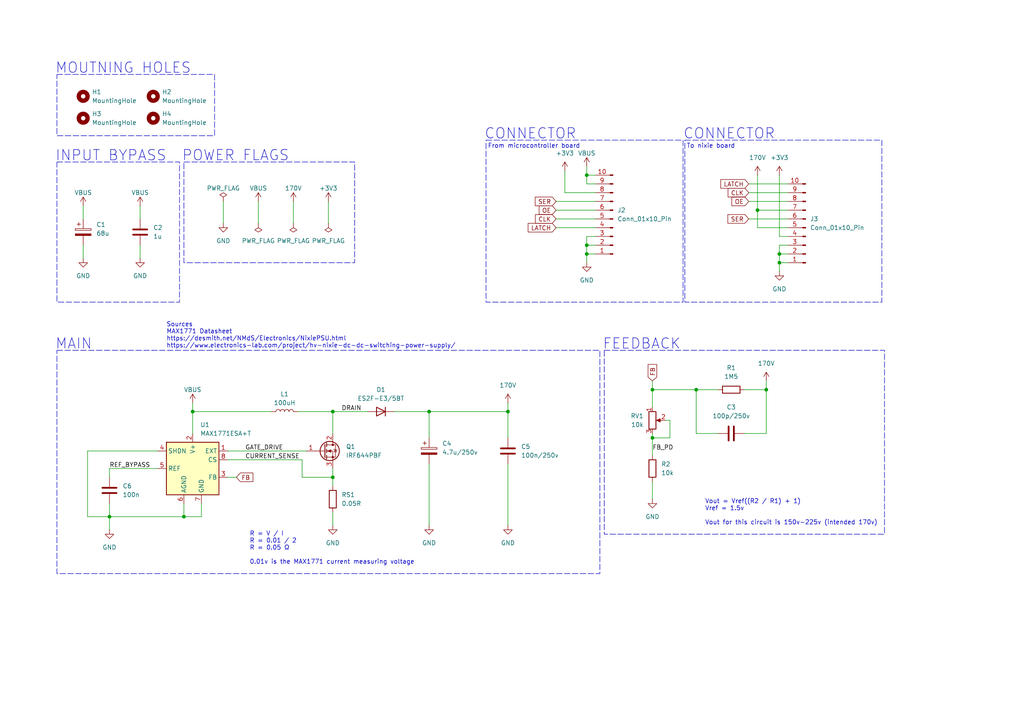
<source format=kicad_sch>
(kicad_sch (version 20231120) (generator "eeschema") (generator_version "8.0")
  (paper "A4")
  (title_block (title "Power Supply Schematic") (date "2024-05-29") (rev "0.1.0"))
  (lib_symbols
    (symbol "Connector:Conn_01x10_Pin" (pin_names (offset 1.016) hide)
      (property "Reference" "J" (at 0 12.7 0))
      (property "Value" "Conn_01x10_Pin" (at 0 -15.24 0))
      (symbol "Conn_01x10_Pin_1_1"
        (polyline (pts (xy 1.27 -12.7) (xy 0.8636 -12.7)) (stroke (width 0.1524)))
        (polyline (pts (xy 1.27 -10.16) (xy 0.8636 -10.16)) (stroke (width 0.1524)))
        (polyline (pts (xy 1.27 -7.62) (xy 0.8636 -7.62)) (stroke (width 0.1524)))
        (polyline (pts (xy 1.27 -5.08) (xy 0.8636 -5.08)) (stroke (width 0.1524)))
        (polyline (pts (xy 1.27 -2.54) (xy 0.8636 -2.54)) (stroke (width 0.1524)))
        (polyline (pts (xy 1.27 0) (xy 0.8636 0)) (stroke (width 0.1524)))
        (polyline (pts (xy 1.27 2.54) (xy 0.8636 2.54)) (stroke (width 0.1524)))
        (polyline (pts (xy 1.27 5.08) (xy 0.8636 5.08)) (stroke (width 0.1524)))
        (polyline (pts (xy 1.27 7.62) (xy 0.8636 7.62)) (stroke (width 0.1524)))
        (polyline (pts (xy 1.27 10.16) (xy 0.8636 10.16)) (stroke (width 0.1524)))
        (rectangle (start 0.8636 -12.573) (end 0 -12.827) (stroke (width 0.1524)) (fill (type outline)))
        (rectangle (start 0.8636 -10.033) (end 0 -10.287) (stroke (width 0.1524)) (fill (type outline)))
        (rectangle (start 0.8636 -7.493) (end 0 -7.747) (stroke (width 0.1524)) (fill (type outline)))
        (rectangle (start 0.8636 -4.953) (end 0 -5.207) (stroke (width 0.1524)) (fill (type outline)))
        (rectangle (start 0.8636 -2.413) (end 0 -2.667) (stroke (width 0.1524)) (fill (type outline)))
        (rectangle (start 0.8636 0.127) (end 0 -0.127) (stroke (width 0.1524)) (fill (type outline)))
        (rectangle (start 0.8636 2.667) (end 0 2.413) (stroke (width 0.1524)) (fill (type outline)))
        (rectangle (start 0.8636 5.207) (end 0 4.953) (stroke (width 0.1524)) (fill (type outline)))
        (rectangle (start 0.8636 7.747) (end 0 7.493) (stroke (width 0.1524)) (fill (type outline)))
        (rectangle (start 0.8636 10.287) (end 0 10.033) (stroke (width 0.1524)) (fill (type outline)))
        (pin passive line (at 5.08 10.16 180) (length 3.81) (name "Pin_1") (number "1"))
        (pin passive line (at 5.08 -12.7 180) (length 3.81) (name "Pin_10") (number "10"))
        (pin passive line (at 5.08 7.62 180) (length 3.81) (name "Pin_2") (number "2"))
        (pin passive line (at 5.08 5.08 180) (length 3.81) (name "Pin_3") (number "3"))
        (pin passive line (at 5.08 2.54 180) (length 3.81) (name "Pin_4") (number "4"))
        (pin passive line (at 5.08 0 180) (length 3.81) (name "Pin_5") (number "5"))
        (pin passive line (at 5.08 -2.54 180) (length 3.81) (name "Pin_6") (number "6"))
        (pin passive line (at 5.08 -5.08 180) (length 3.81) (name "Pin_7") (number "7"))
        (pin passive line (at 5.08 -7.62 180) (length 3.81) (name "Pin_8") (number "8"))
        (pin passive line (at 5.08 -10.16 180) (length 3.81) (name "Pin_9") (number "9"))
      )
    )
    (symbol "Custom:170V" (power) (pin_numbers hide) (pin_names (offset 0) hide)
      (property "Value" "170V" (at 0 3.556 0))
      (symbol "170V_0_1"
        (polyline (pts (xy -0.762 1.27) (xy 0 2.54)))
        (polyline (pts (xy 0 0) (xy 0 2.54)))
        (polyline (pts (xy 0 2.54) (xy 0.762 1.27)))
      )
      (symbol "170V_1_1"
        (pin power_in line (at 0 0 90) (length 0) (name "~") (number "1"))
      )
    )
    (symbol "Device:C" (pin_numbers hide) (pin_names (offset 0.254))
      (property "Reference" "C" (at 0.635 2.54 0))
      (property "Value" "C" (at 0.635 -2.54 0))
      (symbol "C_0_1"
        (polyline (pts (xy -2.032 -0.762) (xy 2.032 -0.762)) (stroke (width 0.508)))
        (polyline (pts (xy -2.032 0.762) (xy 2.032 0.762)) (stroke (width 0.508)))
      )
      (symbol "C_1_1"
        (pin passive line (at 0 3.81 270) (length 2.794) (name "~") (number "1"))
        (pin passive line (at 0 -3.81 90) (length 2.794) (name "~") (number "2"))
      )
    )
    (symbol "Device:C_Polarized" (pin_numbers hide) (pin_names (offset 0.254))
      (property "Reference" "C" (at 0.635 2.54 0))
      (property "Value" "C_Polarized" (at 0.635 -2.54 0))
      (symbol "C_Polarized_0_1"
        (rectangle (start -2.286 0.508) (end 2.286 1.016))
        (polyline (pts (xy -1.778 2.286) (xy -0.762 2.286)))
        (polyline (pts (xy -1.27 2.794) (xy -1.27 1.778)))
        (rectangle (start 2.286 -0.508) (end -2.286 -1.016) (fill (type outline)))
      )
      (symbol "C_Polarized_1_1"
        (pin passive line (at 0 3.81 270) (length 2.794) (name "~") (number "1"))
        (pin passive line (at 0 -3.81 90) (length 2.794) (name "~") (number "2"))
      )
    )
    (symbol "Device:D" (pin_numbers hide) (pin_names (offset 1.016) hide)
      (property "Reference" "D" (at 0 2.54 0))
      (property "Value" "D" (at 0 -2.54 0))
      (symbol "D_0_1"
        (polyline (pts (xy -1.27 1.27) (xy -1.27 -1.27)) (stroke (width 0.254)))
        (polyline (pts (xy 1.27 0) (xy -1.27 0)))
        (polyline (pts (xy 1.27 1.27) (xy 1.27 -1.27) (xy -1.27 0) (xy 1.27 1.27)) (stroke (width 0.254)))
      )
      (symbol "D_1_1"
        (pin passive line (at -3.81 0 0) (length 2.54) (name "K") (number "1"))
        (pin passive line (at 3.81 0 180) (length 2.54) (name "A") (number "2"))
      )
    )
    (symbol "Device:L" (pin_numbers hide) (pin_names (offset 1.016) hide)
      (property "Reference" "L" (at -1.27 0 90))
      (property "Value" "L" (at 1.905 0 90))
      (symbol "L_0_1"
        (arc (start 0 -2.54) (mid 0.6323 -1.905) (end 0 -1.27))
        (arc (start 0 -1.27) (mid 0.6323 -0.635) (end 0 0))
        (arc (start 0 0) (mid 0.6323 0.635) (end 0 1.27))
        (arc (start 0 1.27) (mid 0.6323 1.905) (end 0 2.54))
      )
      (symbol "L_1_1"
        (pin passive line (at 0 3.81 270) (length 1.27) (name "1") (number "1"))
        (pin passive line (at 0 -3.81 90) (length 1.27) (name "2") (number "2"))
      )
    )
    (symbol "Device:R" (pin_numbers hide) (pin_names (offset 0))
      (property "Reference" "R" (at 2.032 0 90))
      (property "Value" "R" (at 0 0 90))
      (symbol "R_0_1"
        (rectangle (start -1.016 -2.54) (end 1.016 2.54) (stroke (width 0.254)))
      )
      (symbol "R_1_1"
        (pin passive line (at 0 3.81 270) (length 1.27) (name "~") (number "1"))
        (pin passive line (at 0 -3.81 90) (length 1.27) (name "~") (number "2"))
      )
    )
    (symbol "Device:R_Potentiometer" (pin_names (offset 1.016) hide)
      (property "Reference" "RV" (at -4.445 0 90))
      (property "Value" "R_Potentiometer" (at -2.54 0 90))
      (symbol "R_Potentiometer_0_1"
        (polyline (pts (xy 2.54 0) (xy 1.524 0)))
        (polyline (pts (xy 1.143 0) (xy 2.286 0.508) (xy 2.286 -0.508) (xy 1.143 0)) (fill (type outline)))
        (rectangle (start 1.016 2.54) (end -1.016 -2.54) (stroke (width 0.254)))
      )
      (symbol "R_Potentiometer_1_1"
        (pin passive line (at 0 3.81 270) (length 1.27) (name "1") (number "1"))
        (pin passive line (at 3.81 0 180) (length 1.27) (name "2") (number "2"))
        (pin passive line (at 0 -3.81 90) (length 1.27) (name "3") (number "3"))
      )
    )
    (symbol "Mechanical:MountingHole" (pin_names (offset 1.016)) (exclude_from_sim yes) (in_bom no)
      (property "Reference" "H" (at 0 5.08 0))
      (property "Value" "MountingHole" (at 0 3.175 0))
      (symbol "MountingHole_0_1"
        (circle (center 0 0) (radius 1.27) (stroke (width 1.27)))
      )
    )
    (symbol "Regulator_Switching:MAX1771xSA"
      (property "Reference" "U" (at -3.81 10.16 0))
      (property "Value" "MAX1771xSA" (at 6.35 10.16 0))
      (symbol "MAX1771xSA_0_1"
        (rectangle (start -7.62 7.62) (end 7.62 -7.62) (stroke (width 0.254)) (fill (type background)))
      )
      (symbol "MAX1771xSA_1_1"
        (pin output line (at 10.16 5.08 180) (length 2.54) (name "EXT") (number "1"))
        (pin power_in line (at 0 10.16 270) (length 2.54) (name "V+") (number "2"))
        (pin input line (at 10.16 -2.54 180) (length 2.54) (name "FB") (number "3"))
        (pin input line (at -10.16 5.08 0) (length 2.54) (name "SHDN") (number "4"))
        (pin passive line (at -10.16 0 0) (length 2.54) (name "REF") (number "5"))
        (pin power_in line (at -2.54 -10.16 90) (length 2.54) (name "AGND") (number "6"))
        (pin power_in line (at 2.54 -10.16 90) (length 2.54) (name "GND") (number "7"))
        (pin input line (at 10.16 2.54 180) (length 2.54) (name "CS") (number "8"))
      )
    )
    (symbol "Transistor_FET:IRF3205" (pin_names hide)
      (property "Reference" "Q" (at 5.08 1.905 0))
      (property "Value" "IRF3205" (at 5.08 0 0))
      (symbol "IRF3205_0_1"
        (polyline (pts (xy 0.254 0) (xy -2.54 0)))
        (polyline (pts (xy 0.254 1.905) (xy 0.254 -1.905)) (stroke (width 0.254)))
        (polyline (pts (xy 0.762 -1.27) (xy 0.762 -2.286)) (stroke (width 0.254)))
        (polyline (pts (xy 0.762 0.508) (xy 0.762 -0.508)) (stroke (width 0.254)))
        (polyline (pts (xy 0.762 2.286) (xy 0.762 1.27)) (stroke (width 0.254)))
        (polyline (pts (xy 2.54 2.54) (xy 2.54 1.778)))
        (polyline (pts (xy 2.54 -2.54) (xy 2.54 0) (xy 0.762 0)))
        (polyline (pts (xy 0.762 -1.778) (xy 3.302 -1.778) (xy 3.302 1.778) (xy 0.762 1.778)))
        (polyline (pts (xy 1.016 0) (xy 2.032 0.381) (xy 2.032 -0.381) (xy 1.016 0)) (fill (type outline)))
        (polyline (pts (xy 2.794 0.508) (xy 2.921 0.381) (xy 3.683 0.381) (xy 3.81 0.254)))
        (polyline (pts (xy 3.302 0.381) (xy 2.921 -0.254) (xy 3.683 -0.254) (xy 3.302 0.381)))
        (circle (center 1.651 0) (radius 2.794) (stroke (width 0.254)))
        (circle (center 2.54 -1.778) (radius 0.254) (fill (type outline)))
        (circle (center 2.54 1.778) (radius 0.254) (fill (type outline)))
      )
      (symbol "IRF3205_1_1"
        (pin input line (at -5.08 0 0) (length 2.54) (name "G") (number "1"))
        (pin passive line (at 2.54 5.08 270) (length 2.54) (name "D") (number "2"))
        (pin passive line (at 2.54 -5.08 90) (length 2.54) (name "S") (number "3"))
      )
    )
    (symbol "VBUS_1" (power) (pin_numbers hide) (pin_names (offset 0) hide)
      (property "Value" "VBUS" (at 0 3.556 0))
      (symbol "VBUS_1_0_1"
        (polyline (pts (xy -0.762 1.27) (xy 0 2.54)))
        (polyline (pts (xy 0 0) (xy 0 2.54)))
        (polyline (pts (xy 0 2.54) (xy 0.762 1.27)))
      )
      (symbol "VBUS_1_1_1"
        (pin power_in line (at 0 0 90) (length 0) (name "~") (number "1"))
      )
    )
    (symbol "VBUS_2" (power) (pin_numbers hide) (pin_names (offset 0) hide)
      (property "Value" "VBUS" (at 0 3.556 0))
      (symbol "VBUS_2_0_1"
        (polyline (pts (xy -0.762 1.27) (xy 0 2.54)))
        (polyline (pts (xy 0 0) (xy 0 2.54)))
        (polyline (pts (xy 0 2.54) (xy 0.762 1.27)))
      )
      (symbol "VBUS_2_1_1"
        (pin power_in line (at 0 0 90) (length 0) (name "~") (number "1"))
      )
    )
    (symbol "power:+3V3" (power) (pin_numbers hide) (pin_names (offset 0) hide)
      (property "Value" "+3V3" (at 0 3.556 0))
      (symbol "+3V3_0_1"
        (polyline (pts (xy -0.762 1.27) (xy 0 2.54)))
        (polyline (pts (xy 0 0) (xy 0 2.54)))
        (polyline (pts (xy 0 2.54) (xy 0.762 1.27)))
      )
      (symbol "+3V3_1_1"
        (pin power_in line (at 0 0 90) (length 0) (name "~") (number "1"))
      )
    )
    (symbol "power:GND" (power) (pin_numbers hide) (pin_names (offset 0) hide)
      (property "Value" "GND" (at 0 -3.81 0))
      (symbol "GND_0_1"
        (polyline (pts (xy 0 0) (xy 0 -1.27) (xy 1.27 -1.27) (xy 0 -2.54) (xy -1.27 -1.27) (xy 0 -1.27)))
      )
      (symbol "GND_1_1"
        (pin power_in line (at 0 0 270) (length 0) (name "~") (number "1"))
      )
    )
    (symbol "power:PWR_FLAG" (power) (pin_numbers hide) (pin_names (offset 0) hide)
      (property "Value" "PWR_FLAG" (at 0 3.81 0))
      (symbol "PWR_FLAG_0_0"
        (pin power_out line (at 0 0 90) (length 0) (name "~") (number "1"))
      )
      (symbol "PWR_FLAG_0_1"
        (polyline (pts (xy 0 0) (xy 0 1.27) (xy -1.016 1.905) (xy 0 2.54) (xy 1.016 1.905) (xy 0 1.27)))
      )
    )
    (symbol "power:VBUS" (power) (pin_numbers hide) (pin_names (offset 0) hide)
      (property "Value" "VBUS" (at 0 3.556 0))
      (symbol "VBUS_0_1"
        (polyline (pts (xy -0.762 1.27) (xy 0 2.54)))
        (polyline (pts (xy 0 0) (xy 0 2.54)))
        (polyline (pts (xy 0 2.54) (xy 0.762 1.27)))
      )
      (symbol "VBUS_1_1"
        (pin power_in line (at 0 0 90) (length 0) (name "~") (number "1"))
      )
    )
  )
  (junction (at 219.71 60.96))
  (junction (at 53.34 149.86))
  (junction (at 226.06 73.66))
  (junction (at 170.18 71.12))
  (junction (at 31.75 149.86))
  (junction (at 170.18 73.66))
  (junction (at 170.18 50.8))
  (junction (at 96.52 138.43))
  (junction (at 124.46 119.38))
  (junction (at 96.52 119.38))
  (junction (at 222.25 113.03))
  (junction (at 226.06 76.2))
  (junction (at 189.23 113.03))
  (junction (at 189.23 127))
  (junction (at 201.93 113.03))
  (junction (at 147.32 119.38))
  (junction (at 55.88 119.38))
  (wire (pts (xy 161.29 63.5) (xy 172.72 63.5)))
  (wire (pts (xy 74.93 58.42) (xy 74.93 64.77)))
  (wire (pts (xy 147.32 127) (xy 147.32 119.38)))
  (wire (pts (xy 25.4 130.81) (xy 25.4 149.86)))
  (wire (pts (xy 31.75 135.89) (xy 45.72 135.89)))
  (wire (pts (xy 172.72 55.88) (xy 163.83 55.88)))
  (wire (pts (xy 58.42 149.86) (xy 53.34 149.86)))
  (wire (pts (xy 222.25 110.49) (xy 222.25 113.03)))
  (wire (pts (xy 170.18 50.8) (xy 172.72 50.8)))
  (wire (pts (xy 24.13 59.69) (xy 24.13 63.5)))
  (wire (pts (xy 53.34 146.05) (xy 53.34 149.86)))
  (wire (pts (xy 31.75 149.86) (xy 53.34 149.86)))
  (wire (pts (xy 87.63 133.35) (xy 87.63 138.43)))
  (wire (pts (xy 217.17 53.34) (xy 228.6 53.34)))
  (wire (pts (xy 226.06 71.12) (xy 226.06 73.66)))
  (wire (pts (xy 147.32 134.62) (xy 147.32 152.4)))
  (wire (pts (xy 222.25 125.73) (xy 222.25 113.03)))
  (wire (pts (xy 193.04 121.92) (xy 194.31 121.92)))
  (wire (pts (xy 40.64 59.69) (xy 40.64 63.5)))
  (wire (pts (xy 58.42 146.05) (xy 58.42 149.86)))
  (wire (pts (xy 96.52 138.43) (xy 87.63 138.43)))
  (wire (pts (xy 40.64 71.12) (xy 40.64 74.93)))
  (wire (pts (xy 31.75 138.43) (xy 31.75 135.89)))
  (wire (pts (xy 215.9 125.73) (xy 222.25 125.73)))
  (wire (pts (xy 226.06 76.2) (xy 226.06 78.74)))
  (wire (pts (xy 96.52 148.59) (xy 96.52 152.4)))
  (wire (pts (xy 226.06 50.8) (xy 226.06 68.58)))
  (wire (pts (xy 172.72 53.34) (xy 170.18 53.34)))
  (wire (pts (xy 170.18 50.8) (xy 170.18 48.26)))
  (wire (pts (xy 161.29 60.96) (xy 172.72 60.96)))
  (wire (pts (xy 189.23 113.03) (xy 201.93 113.03)))
  (wire (pts (xy 55.88 119.38) (xy 55.88 125.73)))
  (wire (pts (xy 64.77 58.42) (xy 64.77 64.77)))
  (wire (pts (xy 170.18 73.66) (xy 170.18 76.2)))
  (wire (pts (xy 147.32 116.84) (xy 147.32 119.38)))
  (wire (pts (xy 201.93 113.03) (xy 201.93 125.73)))
  (wire (pts (xy 96.52 119.38) (xy 96.52 125.73)))
  (wire (pts (xy 161.29 66.04) (xy 172.72 66.04)))
  (wire (pts (xy 217.17 58.42) (xy 228.6 58.42)))
  (wire (pts (xy 189.23 113.03) (xy 189.23 118.11)))
  (wire (pts (xy 219.71 60.96) (xy 219.71 66.04)))
  (wire (pts (xy 170.18 71.12) (xy 170.18 73.66)))
  (wire (pts (xy 217.17 55.88) (xy 228.6 55.88)))
  (wire (pts (xy 194.31 127) (xy 189.23 127)))
  (wire (pts (xy 161.29 58.42) (xy 172.72 58.42)))
  (wire (pts (xy 124.46 119.38) (xy 124.46 127)))
  (wire (pts (xy 66.04 130.81) (xy 88.9 130.81)))
  (wire (pts (xy 55.88 116.84) (xy 55.88 119.38)))
  (wire (pts (xy 147.32 119.38) (xy 124.46 119.38)))
  (wire (pts (xy 226.06 73.66) (xy 228.6 73.66)))
  (wire (pts (xy 66.04 133.35) (xy 87.63 133.35)))
  (wire (pts (xy 219.71 66.04) (xy 228.6 66.04)))
  (wire (pts (xy 201.93 125.73) (xy 208.28 125.73)))
  (wire (pts (xy 96.52 119.38) (xy 106.68 119.38)))
  (wire (pts (xy 95.25 58.42) (xy 95.25 64.77)))
  (wire (pts (xy 66.04 138.43) (xy 68.58 138.43)))
  (wire (pts (xy 226.06 73.66) (xy 226.06 76.2)))
  (wire (pts (xy 55.88 119.38) (xy 78.74 119.38)))
  (wire (pts (xy 219.71 60.96) (xy 228.6 60.96)))
  (wire (pts (xy 189.23 127) (xy 189.23 125.73)))
  (wire (pts (xy 114.3 119.38) (xy 124.46 119.38)))
  (wire (pts (xy 189.23 110.49) (xy 189.23 113.03)))
  (wire (pts (xy 208.28 113.03) (xy 201.93 113.03)))
  (wire (pts (xy 31.75 149.86) (xy 31.75 146.05)))
  (wire (pts (xy 189.23 139.7) (xy 189.23 144.78)))
  (wire (pts (xy 170.18 68.58) (xy 172.72 68.58)))
  (wire (pts (xy 25.4 149.86) (xy 31.75 149.86)))
  (wire (pts (xy 228.6 71.12) (xy 226.06 71.12)))
  (wire (pts (xy 86.36 119.38) (xy 96.52 119.38)))
  (wire (pts (xy 124.46 134.62) (xy 124.46 152.4)))
  (wire (pts (xy 96.52 135.89) (xy 96.52 138.43)))
  (wire (pts (xy 217.17 63.5) (xy 228.6 63.5)))
  (wire (pts (xy 170.18 73.66) (xy 172.72 73.66)))
  (wire (pts (xy 31.75 149.86) (xy 31.75 153.67)))
  (wire (pts (xy 170.18 53.34) (xy 170.18 50.8)))
  (wire (pts (xy 85.09 58.42) (xy 85.09 64.77)))
  (wire (pts (xy 172.72 71.12) (xy 170.18 71.12)))
  (wire (pts (xy 170.18 71.12) (xy 170.18 68.58)))
  (wire (pts (xy 189.23 127) (xy 189.23 132.08)))
  (wire (pts (xy 24.13 71.12) (xy 24.13 74.93)))
  (wire (pts (xy 228.6 68.58) (xy 226.06 68.58)))
  (wire (pts (xy 163.83 55.88) (xy 163.83 49.53)))
  (wire (pts (xy 96.52 138.43) (xy 96.52 140.97)))
  (wire (pts (xy 194.31 121.92) (xy 194.31 127)))
  (wire (pts (xy 222.25 113.03) (xy 215.9 113.03)))
  (wire (pts (xy 219.71 50.8) (xy 219.71 60.96)))
  (wire (pts (xy 226.06 76.2) (xy 228.6 76.2)))
  (wire (pts (xy 45.72 130.81) (xy 25.4 130.81)))
  (rectangle (start 175.26 101.6) (end 256.54 154.94) (stroke (width 0) (type dash)))
  (rectangle (start 16.51 21.59) (end 62.23 39.37) (stroke (width 0) (type dash)))
  (rectangle (start 16.51 46.99) (end 52.07 87.63) (stroke (width 0) (type dash)))
  (rectangle (start 53.34 46.99) (end 102.87 76.2) (stroke (width 0) (type dash)))
  (rectangle (start 140.97 40.64) (end 198.12 87.63) (stroke (width 0) (type dash)))
  (rectangle (start 16.51 101.6) (end 173.99 166.37) (stroke (width 0) (type dash)))
  (rectangle (start 198.628 40.64) (end 255.778 87.63) (stroke (width 0) (type dash)))
  (text "MOUTNING HOLES" (at 16.002 21.59 0) (effects (font (size 3 3)) (justify left bottom)))
  (text "From microcontroller board" (at 141.478 43.18 0) (effects (font (size 1.27 1.27)) (justify left bottom)))
  (text "R = V / I\nR = 0.01 / 2\nR = 0.05 Ω\n\n0.01v is the MAX1771 current measuring voltage" (at 72.39 163.83 0) (effects (font (size 1.27 1.27)) (justify left bottom)))
  (text "CONNECTOR" (at 140.462 40.64 0) (effects (font (size 3 3)) (justify left bottom)))
  (text "Vout = Vref((R2 / R1) + 1)\nVref = 1.5v\n\nVout for this circuit is 150v-225v (intended 170v)" (at 204.47 152.4 0) (effects (font (size 1.27 1.27)) (justify left bottom)))
  (text "INPUT BYPASS" (at 16.002 46.99 0) (effects (font (size 3 3)) (justify left bottom)))
  (text "Sources\nMAX1771 Datasheet\nhttps://desmith.net/NMdS/Electronics/NixiePSU.html\nhttps://www.electronics-lab.com/project/hv-nixie-dc-dc-switching-power-supply/" (at 48.26 101.092 0) (effects (font (size 1.27 1.27)) (justify left bottom)))
  (text "FEEDBACK" (at 174.752 101.6 0) (effects (font (size 3 3)) (justify left bottom)))
  (text "CONNECTOR" (at 198.12 40.64 0) (effects (font (size 3 3)) (justify left bottom)))
  (text "To nixie board" (at 199.136 43.18 0) (effects (font (size 1.27 1.27)) (justify left bottom)))
  (text "POWER FLAGS" (at 68.326 45.212 0) (effects (font (size 3 3))))
  (text "MAIN" (at 16.002 101.6 0) (effects (font (size 3 3)) (justify left bottom)))
  (label "CURRENT_SENSE" (at 71.12 133.35 0))
  (label "FB_PD" (at 189.23 130.81 0))
  (label "REF_BYPASS" (at 31.75 135.89 0))
  (label "GATE_DRIVE" (at 71.12 130.81 0))
  (label "DRAIN" (at 99.06 119.38 0))
  (global_label "CLK" (shape input) (at 161.29 63.5 180) (property "Intersheetrefs" "${INTERSHEET_REFS}" (effects (hide yes))))
  (global_label "FB" (shape input) (at 189.23 110.49 90) (property "Intersheetrefs" "${INTERSHEET_REFS}" (effects (hide yes))))
  (global_label "SER" (shape input) (at 217.17 63.5 180) (property "Intersheetrefs" "${INTERSHEET_REFS}" (effects (hide yes))))
  (global_label "LATCH" (shape input) (at 217.17 53.34 180) (property "Intersheetrefs" "${INTERSHEET_REFS}" (effects (hide yes))))
  (global_label "CLK" (shape input) (at 217.17 55.88 180) (property "Intersheetrefs" "${INTERSHEET_REFS}" (effects (hide yes))))
  (global_label "SER" (shape input) (at 161.29 58.42 180) (property "Intersheetrefs" "${INTERSHEET_REFS}" (effects (hide yes))))
  (global_label "OE" (shape input) (at 217.17 58.42 180) (property "Intersheetrefs" "${INTERSHEET_REFS}" (effects (hide yes))))
  (global_label "FB" (shape input) (at 68.58 138.43 0) (property "Intersheetrefs" "${INTERSHEET_REFS}" (effects (hide yes))))
  (global_label "OE" (shape input) (at 161.29 60.96 180) (property "Intersheetrefs" "${INTERSHEET_REFS}" (effects (hide yes))))
  (global_label "LATCH" (shape input) (at 161.29 66.04 180) (property "Intersheetrefs" "${INTERSHEET_REFS}" (effects (hide yes))))
  (symbol (lib_id "Device:C") (at 40.64 67.31 0) (unit 1)
    (property "Reference" "C2" (at 44.45 66.0399 0) (effects (justify left)))
    (property "Value" "1u" (at 44.45 68.5799 0) (effects (justify left)))
    (property "Footprint" "Capacitor_SMD:C_0603_1608Metric" (effects (hide yes)))
  )
  (symbol (lib_id "Transistor_FET:IRF3205") (at 93.98 130.81 0) (unit 1)
    (property "Reference" "Q1" (at 100.33 129.5399 0) (effects (justify left)))
    (property "Value" "IRF644PBF" (at 100.33 132.0799 0) (effects (justify left)))
    (property "Footprint" "Package_TO_SOT_THT:TO-220-3_Vertical" (effects (hide yes)))
    (property "Description" "IRF644PBF" (effects (hide yes)))
  )
  (symbol (lib_id "Mechanical:MountingHole") (at 44.45 34.29 0) (unit 1) (exclude_from_sim yes) (in_bom no)
    (property "Reference" "H4" (at 46.99 33.0199 0) (effects (justify left)))
    (property "Value" "MountingHole" (at 46.99 35.5599 0) (effects (justify left)))
    (property "Footprint" "MountingHole:MountingHole_3.2mm_M3" (effects (hide yes)))
    (property "Description" "Mounting Hole without connection" (effects (hide yes)))
  )
  (symbol (lib_id "Device:R") (at 189.23 135.89 0) (unit 1)
    (property "Reference" "R2" (at 191.77 134.62 0) (effects (justify left)))
    (property "Value" "10k" (at 191.77 137.16 0) (effects (justify left)))
    (property "Footprint" "Resistor_SMD:R_0603_1608Metric" (effects (hide yes)))
  )
  (symbol (lib_id "Device:D") (at 110.49 119.38 180) (unit 1)
    (property "Reference" "D1" (at 110.49 113.03 0))
    (property "Value" "ES2F-E3/5BT" (at 110.49 115.57 0))
    (property "Footprint" "Diode_SMD:D_SMB" (effects (hide yes)))
    (property "Sim.Device" "D" (effects (hide yes)))
    (property "Sim.Pins" "1=K 2=A" (effects (hide yes)))
  )
  (symbol (lib_id "power:GND") (at 24.13 74.93 0) (unit 1)
    (property "Reference" "#PWR06" (effects (hide yes)))
    (property "Value" "GND" (at 24.13 80.01 0))
    (property "Description" "Power symbol creates a global label with name \"GND\" , ground" (effects (hide yes)))
  )
  (symbol (lib_id "power:+3V3") (at 226.06 50.8 0) (unit 1)
    (property "Reference" "#PWR023" (effects (hide yes)))
    (property "Value" "+3V3" (at 226.06 45.72 0))
    (property "Description" "Power symbol creates a global label with name \"+3V3\"" (effects (hide yes)))
  )
  (symbol (lib_id "power:VBUS") (at 55.88 116.84 0) (unit 1)
    (property "Reference" "#PWR04" (effects (hide yes)))
    (property "Value" "VBUS" (at 55.88 113.03 0))
    (property "Description" "Power symbol creates a global label with name \"VBUS\"" (effects (hide yes)))
  )
  (symbol (lib_id "power:GND") (at 40.64 74.93 0) (unit 1)
    (property "Reference" "#PWR01" (effects (hide yes)))
    (property "Value" "GND" (at 40.64 80.01 0))
    (property "Description" "Power symbol creates a global label with name \"GND\" , ground" (effects (hide yes)))
  )
  (symbol (lib_id "power:GND") (at 64.77 64.77 0) (unit 1)
    (property "Reference" "#PWR015" (effects (hide yes)))
    (property "Value" "GND" (at 64.77 69.85 0))
    (property "Description" "Power symbol creates a global label with name \"GND\" , ground" (effects (hide yes)))
  )
  (symbol (lib_id "power:GND") (at 147.32 152.4 0) (unit 1)
    (property "Reference" "#PWR011" (effects (hide yes)))
    (property "Value" "GND" (at 147.32 157.48 0))
    (property "Description" "Power symbol creates a global label with name \"GND\" , ground" (effects (hide yes)))
  )
  (symbol (lib_id "power:GND") (at 124.46 152.4 0) (unit 1)
    (property "Reference" "#PWR010" (effects (hide yes)))
    (property "Value" "GND" (at 124.46 157.48 0))
    (property "Description" "Power symbol creates a global label with name \"GND\" , ground" (effects (hide yes)))
  )
  (symbol (lib_name "VBUS_2") (lib_id "power:VBUS") (at 40.64 59.69 0) (unit 1)
    (property "Reference" "#PWR03" (effects (hide yes)))
    (property "Value" "VBUS" (at 40.64 55.88 0))
    (property "Description" "Power symbol creates a global label with name \"VBUS\"" (effects (hide yes)))
  )
  (symbol (lib_id "Mechanical:MountingHole") (at 24.13 34.29 0) (unit 1) (exclude_from_sim yes) (in_bom no)
    (property "Reference" "H3" (at 26.67 33.0199 0) (effects (justify left)))
    (property "Value" "MountingHole" (at 26.67 35.5599 0) (effects (justify left)))
    (property "Footprint" "MountingHole:MountingHole_3.2mm_M3" (effects (hide yes)))
    (property "Description" "Mounting Hole without connection" (effects (hide yes)))
  )
  (symbol (lib_id "power:+3V3") (at 163.83 49.53 0) (unit 1)
    (property "Reference" "#PWR020" (effects (hide yes)))
    (property "Value" "+3V3" (at 163.83 44.45 0))
    (property "Description" "Power symbol creates a global label with name \"+3V3\"" (effects (hide yes)))
  )
  (symbol (lib_id "Device:C") (at 212.09 125.73 90) (unit 1)
    (property "Reference" "C3" (at 212.09 118.11 90))
    (property "Value" "100p/250v" (at 212.09 120.65 90))
    (property "Footprint" "Capacitor_SMD:C_0805_2012Metric" (effects (hide yes)))
  )
  (symbol (lib_id "power:PWR_FLAG") (at 64.77 58.42 0) (unit 1)
    (property "Reference" "#FLG01" (effects (hide yes)))
    (property "Value" "PWR_FLAG" (at 64.77 54.61 0))
    (property "Description" "Special symbol for telling ERC where power comes from" (effects (hide yes)))
  )
  (symbol (lib_id "power:GND") (at 96.52 152.4 0) (unit 1)
    (property "Reference" "#PWR09" (effects (hide yes)))
    (property "Value" "GND" (at 96.52 157.48 0))
    (property "Description" "Power symbol creates a global label with name \"GND\" , ground" (effects (hide yes)))
  )
  (symbol (lib_id "power:VBUS") (at 74.93 58.42 0) (unit 1)
    (property "Reference" "#PWR013" (effects (hide yes)))
    (property "Value" "VBUS" (at 74.93 54.61 0))
    (property "Description" "Power symbol creates a global label with name \"VBUS\"" (effects (hide yes)))
  )
  (symbol (lib_id "Device:C") (at 147.32 130.81 0) (unit 1)
    (property "Reference" "C5" (at 151.13 129.5399 0) (effects (justify left)))
    (property "Value" "100n/250v" (at 151.13 132.0799 0) (effects (justify left)))
    (property "Footprint" "Capacitor_SMD:C_1206_3216Metric" (effects (hide yes)))
  )
  (symbol (lib_id "Device:L") (at 82.55 119.38 90) (unit 1)
    (property "Reference" "L1" (at 82.55 114.3 90))
    (property "Value" "100uH" (at 82.55 116.84 90))
    (property "Footprint" "Custom:SMDRS1275-101N" (effects (hide yes)))
    (property "Description" "SMDRS1275-101N" (effects (hide yes)))
  )
  (symbol (lib_id "Device:R") (at 212.09 113.03 90) (unit 1)
    (property "Reference" "R1" (at 212.09 106.68 90))
    (property "Value" "1M5" (at 212.09 109.22 90))
    (property "Footprint" "Resistor_SMD:R_2512_6332Metric" (effects (hide yes)))
  )
  (symbol (lib_name "VBUS_1") (lib_id "power:VBUS") (at 24.13 59.69 0) (unit 1)
    (property "Reference" "#PWR02" (effects (hide yes)))
    (property "Value" "VBUS" (at 24.13 55.88 0))
    (property "Description" "Power symbol creates a global label with name \"VBUS\"" (effects (hide yes)))
  )
  (symbol (lib_id "Device:C_Polarized") (at 124.46 130.81 0) (unit 1)
    (property "Reference" "C4" (at 128.27 128.6509 0) (effects (justify left)))
    (property "Value" "4.7u/250v" (at 128.27 131.1909 0) (effects (justify left)))
    (property "Footprint" "Capacitor_THT:CP_Radial_D8.0mm_P3.50mm" (effects (hide yes)))
    (property "Description" "A759KS475M2EAAE496" (effects (hide yes)))
  )
  (symbol (lib_id "Custom:170V") (at 147.32 116.84 0) (unit 1)
    (property "Reference" "#PWR012" (effects (hide yes)))
    (property "Value" "170V" (at 147.32 111.76 0))
    (property "Description" "Power symbol creates a global label with name \"VCC\"" (effects (hide yes)))
  )
  (symbol (lib_id "power:GND") (at 170.18 76.2 0) (unit 1)
    (property "Reference" "#PWR021" (effects (hide yes)))
    (property "Value" "GND" (at 170.18 81.28 0))
    (property "Description" "Power symbol creates a global label with name \"GND\" , ground" (effects (hide yes)))
  )
  (symbol (lib_id "Connector:Conn_01x10_Pin") (at 177.8 63.5 180) (unit 1)
    (property "Reference" "J2" (at 179.07 60.9599 0) (effects (justify right)))
    (property "Value" "Conn_01x10_Pin" (at 179.07 63.4999 0) (effects (justify right)))
    (property "Footprint" "Connector_PinHeader_2.54mm:PinHeader_1x10_P2.54mm_Vertical" (effects (hide yes)))
    (property "Description" "Generic connector, single row, 01x10, script generated" (effects (hide yes)))
  )
  (symbol (lib_id "Mechanical:MountingHole") (at 44.45 27.94 0) (unit 1) (exclude_from_sim yes) (in_bom no)
    (property "Reference" "H2" (at 46.99 26.6699 0) (effects (justify left)))
    (property "Value" "MountingHole" (at 46.99 29.2099 0) (effects (justify left)))
    (property "Footprint" "MountingHole:MountingHole_3.2mm_M3" (effects (hide yes)))
    (property "Description" "Mounting Hole without connection" (effects (hide yes)))
  )
  (symbol (lib_id "power:PWR_FLAG") (at 74.93 64.77 180) (unit 1)
    (property "Reference" "#FLG02" (effects (hide yes)))
    (property "Value" "PWR_FLAG" (at 74.93 69.85 0))
    (property "Description" "Special symbol for telling ERC where power comes from" (effects (hide yes)))
  )
  (symbol (lib_id "Custom:170V") (at 85.09 58.42 0) (unit 1)
    (property "Reference" "#PWR014" (effects (hide yes)))
    (property "Value" "170V" (at 85.09 54.61 0))
    (property "Description" "Power symbol creates a global label with name \"VCC\"" (effects (hide yes)))
  )
  (symbol (lib_id "power:VBUS") (at 170.18 48.26 0) (unit 1)
    (property "Reference" "#PWR019" (effects (hide yes)))
    (property "Value" "VBUS" (at 170.18 44.45 0))
    (property "Description" "Power symbol creates a global label with name \"VBUS\"" (effects (hide yes)))
  )
  (symbol (lib_id "Device:C") (at 31.75 142.24 0) (unit 1)
    (property "Reference" "C6" (at 35.56 140.9699 0) (effects (justify left)))
    (property "Value" "100n" (at 35.56 143.5099 0) (effects (justify left)))
    (property "Footprint" "Capacitor_SMD:C_0603_1608Metric" (effects (hide yes)))
  )
  (symbol (lib_id "power:PWR_FLAG") (at 85.09 64.77 180) (unit 1)
    (property "Reference" "#FLG03" (effects (hide yes)))
    (property "Value" "PWR_FLAG" (at 85.09 69.85 0))
    (property "Description" "Special symbol for telling ERC where power comes from" (effects (hide yes)))
  )
  (symbol (lib_id "Device:R_Potentiometer") (at 189.23 121.92 0) (unit 1)
    (property "Reference" "RV1" (at 186.69 120.6499 0) (effects (justify right)))
    (property "Value" "10k" (at 186.69 123.1899 0) (effects (justify right)))
    (property "Footprint" "Potentiometer_THT:Potentiometer_Bourns_3266W_Vertical" (effects (hide yes)))
  )
  (symbol (lib_id "power:GND") (at 226.06 78.74 0) (unit 1)
    (property "Reference" "#PWR024" (effects (hide yes)))
    (property "Value" "GND" (at 226.06 83.82 0))
    (property "Description" "Power symbol creates a global label with name \"GND\" , ground" (effects (hide yes)))
  )
  (symbol (lib_id "power:PWR_FLAG") (at 95.25 64.77 180) (unit 1)
    (property "Reference" "#FLG04" (effects (hide yes)))
    (property "Value" "PWR_FLAG" (at 95.25 69.85 0))
    (property "Description" "Special symbol for telling ERC where power comes from" (effects (hide yes)))
  )
  (symbol (lib_id "Regulator_Switching:MAX1771xSA") (at 55.88 135.89 0) (unit 1)
    (property "Reference" "U1" (at 58.0741 123.19 0) (effects (justify left)))
    (property "Value" "MAX1771ESA+T" (at 58.0741 125.73 0) (effects (justify left)))
    (property "Footprint" "Package_SO:SO-8_3.9x4.9mm_P1.27mm" (effects (hide yes)))
    (property "Datasheet" "https://datasheets.maximintegrated.com/en/ds/MAX1771.pdf" (effects (hide yes)))
  )
  (symbol (lib_id "Device:R") (at 96.52 144.78 0) (unit 1)
    (property "Reference" "RS1" (at 99.06 143.5099 0) (effects (justify left)))
    (property "Value" "0.05R" (at 99.06 146.0499 0) (effects (justify left)))
    (property "Footprint" "Resistor_SMD:R_1206_3216Metric_Pad1.30x1.75mm_HandSolder" (effects (hide yes)))
  )
  (symbol (lib_id "Custom:170V") (at 219.71 50.8 0) (unit 1)
    (property "Reference" "#PWR022" (effects (hide yes)))
    (property "Value" "170V" (at 219.71 45.72 0))
    (property "Description" "Power symbol creates a global label with name \"VCC\"" (effects (hide yes)))
  )
  (symbol (lib_id "power:GND") (at 189.23 144.78 0) (unit 1)
    (property "Reference" "#PWR08" (effects (hide yes)))
    (property "Value" "GND" (at 189.23 149.86 0))
    (property "Description" "Power symbol creates a global label with name \"GND\" , ground" (effects (hide yes)))
  )
  (symbol (lib_id "power:+3V3") (at 95.25 58.42 0) (unit 1)
    (property "Reference" "#PWR016" (effects (hide yes)))
    (property "Value" "+3V3" (at 95.25 54.61 0))
    (property "Description" "Power symbol creates a global label with name \"+3V3\"" (effects (hide yes)))
  )
  (symbol (lib_id "Custom:170V") (at 222.25 110.49 0) (unit 1)
    (property "Reference" "#PWR05" (effects (hide yes)))
    (property "Value" "170V" (at 222.25 105.41 0))
    (property "Description" "Power symbol creates a global label with name \"VCC\"" (effects (hide yes)))
  )
  (symbol (lib_id "Connector:Conn_01x10_Pin") (at 233.68 66.04 180) (unit 1)
    (property "Reference" "J3" (at 234.95 63.4999 0) (effects (justify right)))
    (property "Value" "Conn_01x10_Pin" (at 234.95 66.0399 0) (effects (justify right)))
    (property "Footprint" "Connector_IDC:IDC-Header_2x05_P2.54mm_Vertical" (effects (hide yes)))
    (property "Description" "Generic connector, single row, 01x10, script generated" (effects (hide yes)))
  )
  (symbol (lib_id "Device:C_Polarized") (at 24.13 67.31 0) (unit 1)
    (property "Reference" "C1" (at 27.94 65.1509 0) (effects (justify left)))
    (property "Value" "68u" (at 27.94 67.6909 0) (effects (justify left)))
    (property "Footprint" "Custom:EEE-FN1E680P" (effects (hide yes)))
    (property "Description" "EEEFN1E680P" (effects (hide yes)))
  )
  (symbol (lib_id "power:GND") (at 31.75 153.67 0) (unit 1)
    (property "Reference" "#PWR07" (effects (hide yes)))
    (property "Value" "GND" (at 31.75 158.75 0))
    (property "Description" "Power symbol creates a global label with name \"GND\" , ground" (effects (hide yes)))
  )
  (symbol (lib_id "Mechanical:MountingHole") (at 24.13 27.94 0) (unit 1) (exclude_from_sim yes) (in_bom no)
    (property "Reference" "H1" (at 26.67 26.6699 0) (effects (justify left)))
    (property "Value" "MountingHole" (at 26.67 29.2099 0) (effects (justify left)))
    (property "Footprint" "MountingHole:MountingHole_3.2mm_M3" (effects (hide yes)))
    (property "Description" "Mounting Hole without connection" (effects (hide yes)))
  )
)
</source>
